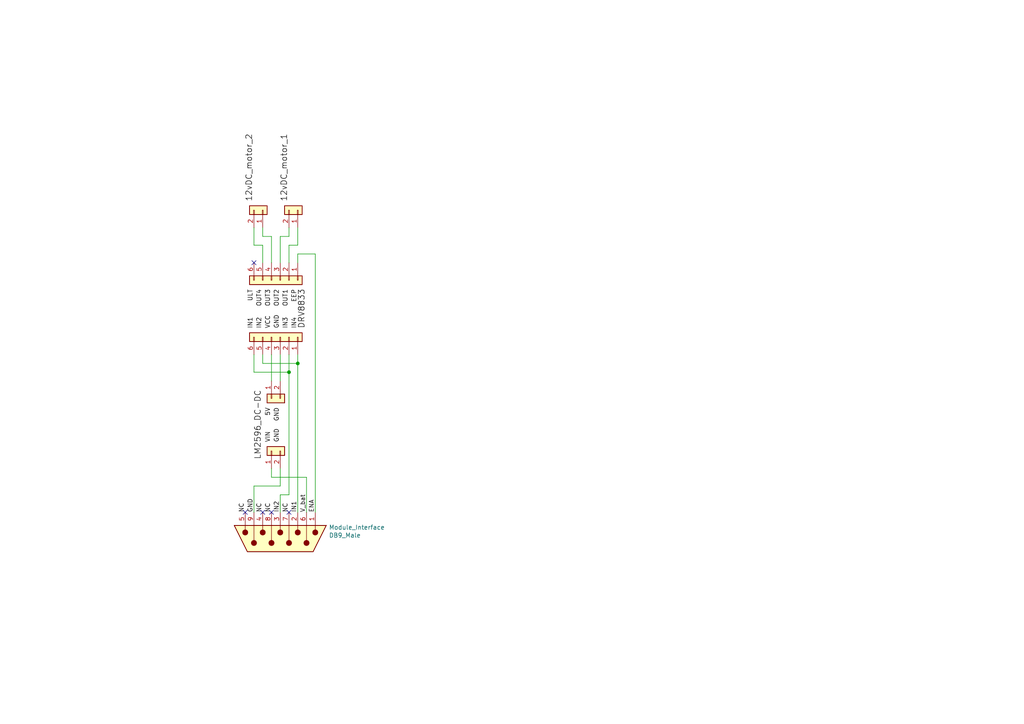
<source format=kicad_sch>
(kicad_sch (version 20211123) (generator eeschema)
  (paper "A4")
  (lib_symbols
    (symbol "Connector:DB9_Male" (pin_names (offset 1.016) hide)
      (property "Reference" "J" (at 0 13.97 0))
      (property "Value" "DB9_Male" (at 0 -14.605 0))
      (symbol "DB9_Male_0_1"
        (circle (center -1.778 -10.16) (radius 0.762) (fill (type outline)))
        (circle (center -1.778 -5.08) (radius 0.762) (fill (type outline)))
        (circle (center -1.778 0) (radius 0.762) (fill (type outline)))
        (circle (center -1.778 5.08) (radius 0.762) (fill (type outline)))
        (circle (center -1.778 10.16) (radius 0.762) (fill (type outline)))
        (polyline (pts (xy -3.81 -10.16) (xy -2.54 -10.16)))
        (polyline (pts (xy -3.81 -7.62) (xy 0.508 -7.62)))
        (polyline (pts (xy -3.81 -5.08) (xy -2.54 -5.08)))
        (polyline (pts (xy -3.81 -2.54) (xy 0.508 -2.54)))
        (polyline (pts (xy -3.81 0) (xy -2.54 0)))
        (polyline (pts (xy -3.81 2.54) (xy 0.508 2.54)))
        (polyline (pts (xy -3.81 5.08) (xy -2.54 5.08)))
        (polyline (pts (xy -3.81 7.62) (xy 0.508 7.62)))
        (polyline (pts (xy -3.81 10.16) (xy -2.54 10.16)))
        (polyline (pts (xy -3.81 -13.335) (xy -3.81 13.335) (xy 3.81 9.525) (xy 3.81 -9.525) (xy -3.81 -13.335)) (stroke (width 0.254)) (fill (type background)))
        (circle (center 1.27 -7.62) (radius 0.762) (fill (type outline)))
        (circle (center 1.27 -2.54) (radius 0.762) (fill (type outline)))
        (circle (center 1.27 2.54) (radius 0.762) (fill (type outline)))
        (circle (center 1.27 7.62) (radius 0.762) (fill (type outline)))
      )
      (symbol "DB9_Male_1_1"
        (pin passive line (at -7.62 -10.16 0) (length 3.81) (name "1") (number "1"))
        (pin passive line (at -7.62 -5.08 0) (length 3.81) (name "2") (number "2"))
        (pin passive line (at -7.62 0 0) (length 3.81) (name "3") (number "3"))
        (pin passive line (at -7.62 5.08 0) (length 3.81) (name "4") (number "4"))
        (pin passive line (at -7.62 10.16 0) (length 3.81) (name "5") (number "5"))
        (pin passive line (at -7.62 -7.62 0) (length 3.81) (name "6") (number "6"))
        (pin passive line (at -7.62 -2.54 0) (length 3.81) (name "7") (number "7"))
        (pin passive line (at -7.62 2.54 0) (length 3.81) (name "8") (number "8"))
        (pin passive line (at -7.62 7.62 0) (length 3.81) (name "9") (number "9"))
      )
    )
    (symbol "Connector_Generic:Conn_01x02" (pin_names (offset 1.016) hide)
      (property "Reference" "J" (at 0 2.54 0))
      (property "Value" "Conn_01x02" (at 0 -5.08 0))
      (symbol "Conn_01x02_1_1"
        (rectangle (start -1.27 -2.413) (end 0 -2.667) (stroke (width 0.1524)))
        (rectangle (start -1.27 0.127) (end 0 -0.127) (stroke (width 0.1524)))
        (rectangle (start -1.27 1.27) (end 1.27 -3.81) (stroke (width 0.254)) (fill (type background)))
        (pin passive line (at -5.08 0 0) (length 3.81) (name "Pin_1") (number "1"))
        (pin passive line (at -5.08 -2.54 0) (length 3.81) (name "Pin_2") (number "2"))
      )
    )
    (symbol "Connector_Generic:Conn_01x06" (pin_names (offset 1.016) hide)
      (property "Reference" "J" (at 0 7.62 0))
      (property "Value" "Conn_01x06" (at 0 -10.16 0))
      (symbol "Conn_01x06_1_1"
        (rectangle (start -1.27 -7.493) (end 0 -7.747) (stroke (width 0.1524)))
        (rectangle (start -1.27 -4.953) (end 0 -5.207) (stroke (width 0.1524)))
        (rectangle (start -1.27 -2.413) (end 0 -2.667) (stroke (width 0.1524)))
        (rectangle (start -1.27 0.127) (end 0 -0.127) (stroke (width 0.1524)))
        (rectangle (start -1.27 2.667) (end 0 2.413) (stroke (width 0.1524)))
        (rectangle (start -1.27 5.207) (end 0 4.953) (stroke (width 0.1524)))
        (rectangle (start -1.27 6.35) (end 1.27 -8.89) (stroke (width 0.254)) (fill (type background)))
        (pin passive line (at -5.08 5.08 0) (length 3.81) (name "Pin_1") (number "1"))
        (pin passive line (at -5.08 2.54 0) (length 3.81) (name "Pin_2") (number "2"))
        (pin passive line (at -5.08 0 0) (length 3.81) (name "Pin_3") (number "3"))
        (pin passive line (at -5.08 -2.54 0) (length 3.81) (name "Pin_4") (number "4"))
        (pin passive line (at -5.08 -5.08 0) (length 3.81) (name "Pin_5") (number "5"))
        (pin passive line (at -5.08 -7.62 0) (length 3.81) (name "Pin_6") (number "6"))
      )
    )
  )
  (junction (at 83.82 107.95))
  (junction (at 86.36 105.41))
  (no_connect (at 76.2 148.59))
  (no_connect (at 83.82 148.59))
  (no_connect (at 78.74 148.59))
  (no_connect (at 73.66 76.2))
  (no_connect (at 71.12 148.59))
  (wire (pts (xy 81.28 102.87) (xy 81.28 110.49)))
  (wire (pts (xy 78.74 76.2) (xy 78.74 68.58)))
  (wire (pts (xy 83.82 71.12) (xy 86.36 71.12)))
  (wire (pts (xy 86.36 105.41) (xy 86.36 148.59)))
  (wire (pts (xy 76.2 102.87) (xy 76.2 105.41)))
  (wire (pts (xy 86.36 66.04) (xy 86.36 71.12)))
  (wire (pts (xy 76.2 71.12) (xy 76.2 76.2)))
  (wire (pts (xy 73.66 66.04) (xy 73.66 71.12)))
  (wire (pts (xy 73.66 71.12) (xy 76.2 71.12)))
  (wire (pts (xy 78.74 68.58) (xy 76.2 68.58)))
  (wire (pts (xy 86.36 102.87) (xy 86.36 105.41)))
  (wire (pts (xy 81.28 135.89) (xy 81.28 140.97)))
  (wire (pts (xy 73.66 102.87) (xy 73.66 107.95)))
  (wire (pts (xy 86.36 73.66) (xy 86.36 76.2)))
  (wire (pts (xy 83.82 102.87) (xy 83.82 107.95)))
  (wire (pts (xy 88.9 138.43) (xy 78.74 138.43)))
  (wire (pts (xy 86.36 105.41) (xy 76.2 105.41)))
  (wire (pts (xy 83.82 66.04) (xy 83.82 68.58)))
  (wire (pts (xy 81.28 68.58) (xy 81.28 76.2)))
  (wire (pts (xy 78.74 102.87) (xy 78.74 110.49)))
  (wire (pts (xy 83.82 107.95) (xy 83.82 143.51)))
  (wire (pts (xy 76.2 66.04) (xy 76.2 68.58)))
  (wire (pts (xy 91.44 73.66) (xy 86.36 73.66)))
  (wire (pts (xy 81.28 140.97) (xy 73.66 140.97)))
  (wire (pts (xy 73.66 140.97) (xy 73.66 148.59)))
  (wire (pts (xy 78.74 138.43) (xy 78.74 135.89)))
  (wire (pts (xy 81.28 143.51) (xy 83.82 143.51)))
  (wire (pts (xy 91.44 148.59) (xy 91.44 73.66)))
  (wire (pts (xy 83.82 68.58) (xy 81.28 68.58)))
  (wire (pts (xy 81.28 148.59) (xy 81.28 143.51)))
  (wire (pts (xy 83.82 76.2) (xy 83.82 71.12)))
  (wire (pts (xy 88.9 148.59) (xy 88.9 138.43)))
  (wire (pts (xy 73.66 107.95) (xy 83.82 107.95)))
  (label "GND" (at 81.28 128.27 90))
  (label "VIN" (at 78.74 128.27 90))
  (label "OUT4" (at 76.2 83.82 270))
  (label "ULT" (at 73.66 83.82 270))
  (label "GND" (at 73.66 148.59 90))
  (label "EEP" (at 86.36 83.82 270))
  (label "12vDC_motor_1" (at 83.82 58.42 90) (effects (font (size 1.7 1.7))))
  (label "IN1" (at 86.36 148.59 90))
  (label "IN1" (at 73.66 95.25 90))
  (label "OUT3" (at 78.74 83.82 270))
  (label "IN2" (at 76.2 95.25 90))
  (label "IN3" (at 83.82 95.25 90))
  (label "IN4" (at 86.36 95.25 90))
  (label "GND" (at 81.28 95.25 90))
  (label "V_bat" (at 88.9 148.59 90))
  (label "OUT2" (at 81.28 83.82 270))
  (label "LM2596_DC-DC" (at 76.2 113.03 270) (effects (font (size 1.7 1.7))))
  (label "NC" (at 78.74 148.59 90))
  (label "VCC" (at 78.74 95.25 90))
  (label "5V" (at 78.74 118.11 270))
  (label "NC" (at 76.2 148.59 90))
  (label "12vDC_motor_2" (at 73.66 58.42 90) (effects (font (size 1.7 1.7))))
  (label "IN2" (at 81.28 148.59 90))
  (label "OUT1" (at 83.82 83.82 270))
  (label "NC" (at 71.12 148.59 90))
  (label "ENA" (at 91.44 148.59 90))
  (label "DRV8833" (at 88.9 95.25 90) (effects (font (size 1.7 1.7))))
  (label "GND" (at 81.28 118.11 270))
  (label "NC" (at 83.82 148.59 90))
  (symbol (lib_id "Connector:DB9_Male") (at 81.28 156.21 90) (mirror x) (unit 1)
    (property "Reference" "Module_Interface" (at 95.377 152.9588 90) (effects (justify right)))
    (property "Value" "DB9_Male" (at 95.377 155.2702 90) (effects (justify right)))
    (property "Datasheet" " ~" (effects hide))
  )
  (symbol (lib_id "Connector_Generic:Conn_01x02") (at 78.74 130.81 90) (unit 1)
    (property "Reference" "J?" (effects hide))
    (property "Value" "Conn_01x02" (effects hide))
  )
  (symbol (lib_id "Connector_Generic:Conn_01x02") (at 78.74 115.57 90) (mirror x) (unit 1)
    (property "Reference" "J?" (effects hide))
    (property "Value" "Conn_01x02" (effects hide))
  )
  (symbol (lib_id "Connector_Generic:Conn_01x02") (at 86.36 60.96 270) (mirror x) (unit 1)
    (property "Reference" "J?" (effects hide))
    (property "Value" "Conn_01x02" (effects hide))
  )
  (symbol (lib_id "Connector_Generic:Conn_01x06") (at 81.28 97.79 270) (mirror x) (unit 1)
    (property "Reference" "J?" (effects hide))
    (property "Value" "Conn_01x06" (effects hide))
  )
  (symbol (lib_id "Connector_Generic:Conn_01x06") (at 81.28 81.28 270) (unit 1)
    (property "Reference" "J?" (effects hide))
    (property "Value" "Conn_01x06" (effects hide))
  )
  (symbol (lib_id "Connector_Generic:Conn_01x02") (at 76.2 60.96 270) (mirror x) (unit 1)
    (property "Reference" "J?" (effects hide))
    (property "Value" "Conn_01x02" (effects hide))
  )
)
</source>
